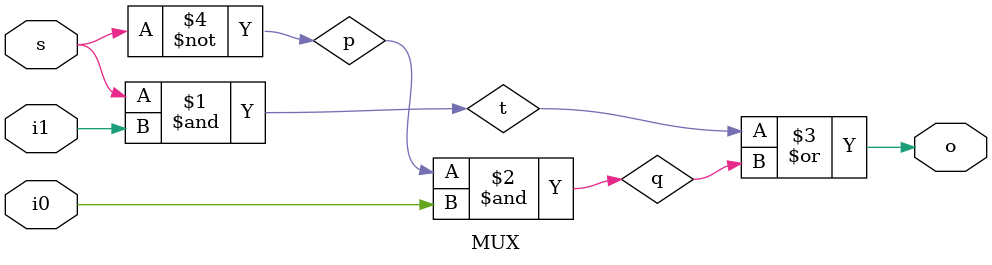
<source format=v>
module MUX(i0, i1, s, o);
	input i0, i1, s;
	output o;
	wire t, p, q;
	and a1(t, s, i1);
	not n0(p, s);
	and a2(q, p, i0);
	or a3(o, t, q);
endmodule
</source>
